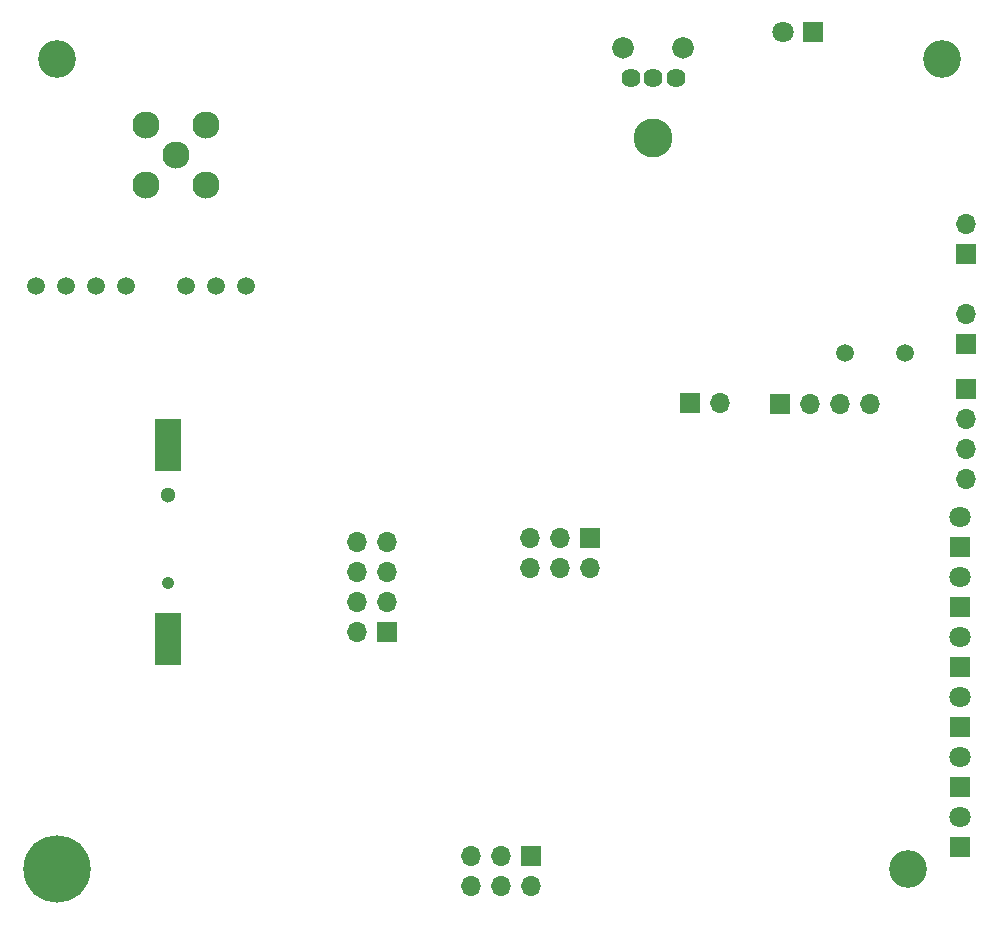
<source format=gbr>
G04 #@! TF.GenerationSoftware,KiCad,Pcbnew,(6.0.7)*
G04 #@! TF.CreationDate,2022-09-05T18:06:52-05:00*
G04 #@! TF.ProjectId,control_pcb,636f6e74-726f-46c5-9f70-63622e6b6963,3.1*
G04 #@! TF.SameCoordinates,Original*
G04 #@! TF.FileFunction,Soldermask,Bot*
G04 #@! TF.FilePolarity,Negative*
%FSLAX46Y46*%
G04 Gerber Fmt 4.6, Leading zero omitted, Abs format (unit mm)*
G04 Created by KiCad (PCBNEW (6.0.7)) date 2022-09-05 18:06:52*
%MOMM*%
%LPD*%
G01*
G04 APERTURE LIST*
%ADD10O,1.700000X1.700000*%
%ADD11R,1.700000X1.700000*%
%ADD12C,2.300000*%
%ADD13R,2.300000X4.500000*%
%ADD14C,1.050000*%
%ADD15C,1.300000*%
%ADD16C,1.500000*%
%ADD17C,1.620000*%
%ADD18C,1.830000*%
%ADD19C,3.300000*%
%ADD20C,3.200000*%
%ADD21C,5.700000*%
%ADD22R,1.800000X1.800000*%
%ADD23C,1.800000*%
%ADD24C,1.509000*%
G04 APERTURE END LIST*
D10*
X154432000Y-135890000D03*
X154432000Y-133350000D03*
X154432000Y-130810000D03*
D11*
X154432000Y-128270000D03*
D12*
X84963000Y-105918000D03*
X90043000Y-105918000D03*
X84963000Y-110998000D03*
X90043000Y-110998000D03*
X87503000Y-108458000D03*
D13*
X86868000Y-132995000D03*
X86868000Y-149395000D03*
D14*
X86868000Y-144695000D03*
D15*
X86868000Y-137245000D03*
D16*
X144185000Y-125222000D03*
X149185000Y-125222000D03*
D10*
X133604000Y-129413000D03*
D11*
X131064000Y-129413000D03*
X138684000Y-129540000D03*
D10*
X141224000Y-129540000D03*
X143764000Y-129540000D03*
X146304000Y-129540000D03*
D17*
X129797001Y-101887001D03*
X127892001Y-101887001D03*
X125987001Y-101887001D03*
D18*
X125352001Y-99347001D03*
X130432001Y-99347001D03*
D19*
X127892001Y-106967001D03*
D20*
X77470000Y-100330000D03*
X152400000Y-100330000D03*
X149479000Y-168910000D03*
D21*
X77470000Y-168910000D03*
D11*
X122555000Y-140843000D03*
D10*
X122555000Y-143383000D03*
X120015000Y-140843000D03*
X120015000Y-143383000D03*
X117475000Y-140843000D03*
X117475000Y-143383000D03*
X112522000Y-170307000D03*
X112522000Y-167767000D03*
X115062000Y-170307000D03*
X115062000Y-167767000D03*
X117602000Y-170307000D03*
D11*
X117602000Y-167767000D03*
X154432000Y-124460000D03*
D10*
X154432000Y-121920000D03*
X154432000Y-114300000D03*
D11*
X154432000Y-116840000D03*
X105410000Y-148844000D03*
D10*
X102870000Y-148844000D03*
X105410000Y-146304000D03*
X102870000Y-146304000D03*
X105410000Y-143764000D03*
X102870000Y-143764000D03*
X105410000Y-141224000D03*
X102870000Y-141224000D03*
D22*
X153924000Y-141605000D03*
D23*
X153924000Y-139065000D03*
X153924000Y-144145000D03*
D22*
X153924000Y-146685000D03*
X141478000Y-98044000D03*
D23*
X138938000Y-98044000D03*
D22*
X153924000Y-156845000D03*
D23*
X153924000Y-154305000D03*
X153924000Y-149225000D03*
D22*
X153924000Y-151765000D03*
X153924000Y-167005000D03*
D23*
X153924000Y-164465000D03*
X153924000Y-159385000D03*
D22*
X153924000Y-161925000D03*
D24*
X93446000Y-119533200D03*
X90906000Y-119533200D03*
X88366000Y-119533200D03*
X83286000Y-119533200D03*
X80746000Y-119533200D03*
X78206000Y-119533200D03*
X75666000Y-119533200D03*
M02*

</source>
